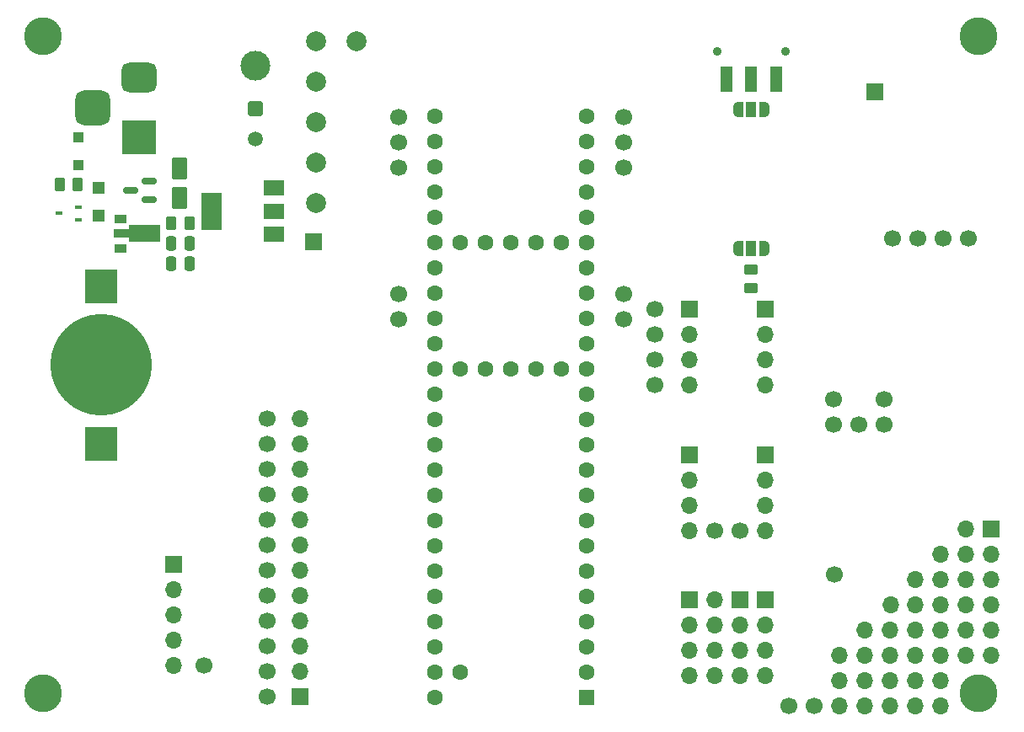
<source format=gbr>
%TF.GenerationSoftware,KiCad,Pcbnew,6.0.2+dfsg-1*%
%TF.CreationDate,2023-06-29T12:19:06-06:00*%
%TF.ProjectId,SpectDroneControl,53706563-7444-4726-9f6e-65436f6e7472,rev?*%
%TF.SameCoordinates,PXbc941f8PY5f519c8*%
%TF.FileFunction,Soldermask,Top*%
%TF.FilePolarity,Negative*%
%FSLAX46Y46*%
G04 Gerber Fmt 4.6, Leading zero omitted, Abs format (unit mm)*
G04 Created by KiCad (PCBNEW 6.0.2+dfsg-1) date 2023-06-29 12:19:06*
%MOMM*%
%LPD*%
G01*
G04 APERTURE LIST*
G04 Aperture macros list*
%AMRoundRect*
0 Rectangle with rounded corners*
0 $1 Rounding radius*
0 $2 $3 $4 $5 $6 $7 $8 $9 X,Y pos of 4 corners*
0 Add a 4 corners polygon primitive as box body*
4,1,4,$2,$3,$4,$5,$6,$7,$8,$9,$2,$3,0*
0 Add four circle primitives for the rounded corners*
1,1,$1+$1,$2,$3*
1,1,$1+$1,$4,$5*
1,1,$1+$1,$6,$7*
1,1,$1+$1,$8,$9*
0 Add four rect primitives between the rounded corners*
20,1,$1+$1,$2,$3,$4,$5,0*
20,1,$1+$1,$4,$5,$6,$7,0*
20,1,$1+$1,$6,$7,$8,$9,0*
20,1,$1+$1,$8,$9,$2,$3,0*%
%AMFreePoly0*
4,1,22,0.550000,-0.750000,0.000000,-0.750000,0.000000,-0.745033,-0.079941,-0.743568,-0.215256,-0.701293,-0.333266,-0.622738,-0.424486,-0.514219,-0.481581,-0.384460,-0.499164,-0.250000,-0.500000,-0.250000,-0.500000,0.250000,-0.499164,0.250000,-0.499963,0.256109,-0.478152,0.396186,-0.417904,0.524511,-0.324060,0.630769,-0.204165,0.706417,-0.067858,0.745374,0.000000,0.744959,0.000000,0.750000,
0.550000,0.750000,0.550000,-0.750000,0.550000,-0.750000,$1*%
%AMFreePoly1*
4,1,20,0.000000,0.744959,0.073905,0.744508,0.209726,0.703889,0.328688,0.626782,0.421226,0.519385,0.479903,0.390333,0.500000,0.250000,0.500000,-0.250000,0.499851,-0.262216,0.476331,-0.402017,0.414519,-0.529596,0.319384,-0.634700,0.198574,-0.708877,0.061801,-0.746166,0.000000,-0.745033,0.000000,-0.750000,-0.550000,-0.750000,-0.550000,0.750000,0.000000,0.750000,0.000000,0.744959,
0.000000,0.744959,$1*%
%AMFreePoly2*
4,1,9,3.862500,-0.866500,0.737500,-0.866500,0.737500,-0.450000,-0.737500,-0.450000,-0.737500,0.450000,0.737500,0.450000,0.737500,0.866500,3.862500,0.866500,3.862500,-0.866500,3.862500,-0.866500,$1*%
G04 Aperture macros list end*
%ADD10R,3.500000X3.500000*%
%ADD11RoundRect,0.750000X-1.000000X0.750000X-1.000000X-0.750000X1.000000X-0.750000X1.000000X0.750000X0*%
%ADD12RoundRect,0.875000X-0.875000X0.875000X-0.875000X-0.875000X0.875000X-0.875000X0.875000X0.875000X0*%
%ADD13RoundRect,0.250000X0.450000X-0.262500X0.450000X0.262500X-0.450000X0.262500X-0.450000X-0.262500X0*%
%ADD14FreePoly0,0.000000*%
%ADD15R,1.000000X1.500000*%
%ADD16FreePoly1,0.000000*%
%ADD17C,1.700000*%
%ADD18C,1.600000*%
%ADD19R,1.600000X1.600000*%
%ADD20R,1.100000X1.100000*%
%ADD21R,0.700000X0.450000*%
%ADD22C,2.000000*%
%ADD23C,2.600000*%
%ADD24C,3.800000*%
%ADD25R,3.300000X3.500000*%
%ADD26C,10.200000*%
%ADD27R,1.700000X1.700000*%
%ADD28O,1.700000X1.700000*%
%ADD29R,2.000000X1.500000*%
%ADD30R,2.000000X3.800000*%
%ADD31RoundRect,0.250000X-0.550000X0.850000X-0.550000X-0.850000X0.550000X-0.850000X0.550000X0.850000X0*%
%ADD32RoundRect,0.250000X-0.250000X-0.475000X0.250000X-0.475000X0.250000X0.475000X-0.250000X0.475000X0*%
%ADD33RoundRect,0.250000X0.250000X0.475000X-0.250000X0.475000X-0.250000X-0.475000X0.250000X-0.475000X0*%
%ADD34C,3.000000*%
%ADD35RoundRect,0.250001X-0.499999X-0.499999X0.499999X-0.499999X0.499999X0.499999X-0.499999X0.499999X0*%
%ADD36C,1.500000*%
%ADD37R,1.300000X0.900000*%
%ADD38FreePoly2,0.000000*%
%ADD39C,0.900000*%
%ADD40R,1.250000X2.500000*%
%ADD41RoundRect,0.250000X0.262500X0.450000X-0.262500X0.450000X-0.262500X-0.450000X0.262500X-0.450000X0*%
%ADD42R,1.200000X1.200000*%
%ADD43RoundRect,0.150000X0.587500X0.150000X-0.587500X0.150000X-0.587500X-0.150000X0.587500X-0.150000X0*%
G04 APERTURE END LIST*
D10*
%TO.C,JDC1*%
X-84328000Y22860000D03*
D11*
X-84328000Y28860000D03*
D12*
X-89028000Y25860000D03*
%TD*%
D13*
%TO.C,R1*%
X-22860000Y7723500D03*
X-22860000Y9548500D03*
%TD*%
D14*
%TO.C,JGAIN1*%
X-24160000Y25654000D03*
D15*
X-22860000Y25654000D03*
D16*
X-21560000Y25654000D03*
%TD*%
D17*
%TO.C,JSCK1*%
X-71501000Y-25716000D03*
%TD*%
%TO.C,JPPS1*%
X-58293000Y7162800D03*
%TD*%
%TO.C,JCAN_{H}1*%
X-26542446Y-16636000D03*
%TD*%
%TO.C,JSCL1*%
X-71501000Y-20636000D03*
%TD*%
%TO.C,JPD1*%
X-32512000Y5588000D03*
%TD*%
%TO.C,JCAN_{L}1*%
X-24002446Y-16636000D03*
%TD*%
%TO.C,JCRX3*%
X-35687000Y19862800D03*
%TD*%
D14*
%TO.C,JPAX1*%
X-24160000Y11684000D03*
D15*
X-22860000Y11684000D03*
D16*
X-21560000Y11684000D03*
%TD*%
D18*
%TO.C,U1*%
X-41910000Y-420000D03*
X-44450000Y-420000D03*
X-46990000Y-420000D03*
X-49530000Y-420000D03*
X-52070000Y-420000D03*
D19*
X-39370000Y-33440000D03*
D18*
X-39370000Y-30900000D03*
X-39370000Y-28360000D03*
X-39370000Y-25820000D03*
X-39370000Y-23280000D03*
X-39370000Y-20740000D03*
X-39370000Y-18200000D03*
X-39370000Y-15660000D03*
X-39370000Y-13120000D03*
X-39370000Y-10580000D03*
X-39370000Y-8040000D03*
X-39370000Y-5500000D03*
X-39370000Y-2960000D03*
X-39370000Y-420000D03*
X-39370000Y2120000D03*
X-39370000Y4660000D03*
X-39370000Y7200000D03*
X-39370000Y9740000D03*
X-39370000Y12280000D03*
X-39370000Y14820000D03*
X-39370000Y17360000D03*
X-39370000Y19900000D03*
X-39370000Y22440000D03*
X-39370000Y24980000D03*
X-54610000Y24980000D03*
X-54610000Y22440000D03*
X-54610000Y19900000D03*
X-54610000Y17360000D03*
X-54610000Y14820000D03*
X-54610000Y12280000D03*
X-54610000Y9740000D03*
X-54610000Y7200000D03*
X-54610000Y4660000D03*
X-54610000Y2120000D03*
X-54610000Y-420000D03*
X-54610000Y-2960000D03*
X-54610000Y-5500000D03*
X-54610000Y-8040000D03*
X-54610000Y-10580000D03*
X-54610000Y-13120000D03*
X-54610000Y-15660000D03*
X-54610000Y-18200000D03*
X-54610000Y-20740000D03*
X-54610000Y-23280000D03*
X-54610000Y-25820000D03*
X-54610000Y-28360000D03*
X-54610000Y-30900000D03*
X-54610000Y-33440000D03*
X-52070000Y-30900000D03*
X-41910000Y12280000D03*
X-44450000Y12280000D03*
X-46990000Y12280000D03*
X-49530000Y12280000D03*
X-52070000Y12280000D03*
%TD*%
D20*
%TO.C,D2*%
X-90474800Y20063000D03*
X-90474800Y22863000D03*
%TD*%
D17*
%TO.C,JTXSE1*%
X-71501000Y-5396000D03*
%TD*%
D21*
%TO.C,Q2*%
X-90440000Y14590000D03*
X-90440000Y15890000D03*
X-92440000Y15240000D03*
%TD*%
D22*
%TO.C,TP5*%
X-66548000Y20320000D03*
%TD*%
%TO.C,TP1*%
X-62484000Y32512000D03*
%TD*%
D17*
%TO.C,J3-3*%
X-9525000Y-5969000D03*
%TD*%
%TO.C,J3-5*%
X-14605000Y-3429000D03*
%TD*%
%TO.C,JCMT2*%
X-71501000Y-13016000D03*
%TD*%
%TO.C,JSR2*%
X-32512000Y-2032000D03*
%TD*%
%TO.C,JMISO1*%
X-71501000Y-23176000D03*
%TD*%
%TO.C,JSDA1*%
X-71501000Y-18096000D03*
%TD*%
%TO.C,J5-2*%
X-1016000Y12700000D03*
%TD*%
%TO.C,JTX8*%
X-58293000Y19862800D03*
%TD*%
%TO.C,J5-5*%
X-8636000Y12700000D03*
%TD*%
%TO.C,J5V1*%
X-71501000Y-33336000D03*
%TD*%
%TO.C,JGND1*%
X-71501000Y-30796000D03*
%TD*%
D23*
%TO.C,H2*%
X0Y33020000D03*
D24*
X0Y33020000D03*
%TD*%
D17*
%TO.C,J3-1*%
X-14477446Y-21082000D03*
%TD*%
%TO.C,JTX6*%
X-35687000Y4622800D03*
%TD*%
%TO.C,JAX2*%
X-58293000Y24942800D03*
%TD*%
D22*
%TO.C,TP6*%
X-66548000Y16256000D03*
%TD*%
D17*
%TO.C,J5-1*%
X-14605000Y-5969000D03*
%TD*%
%TO.C,J3-4*%
X-12065000Y-5969000D03*
%TD*%
D25*
%TO.C,BT1*%
X-88138000Y-7900000D03*
X-88138000Y7900000D03*
D26*
X-88138000Y0D03*
%TD*%
D27*
%TO.C,J1*%
X-24002600Y-23622000D03*
D28*
X-24002600Y-26162000D03*
X-24002600Y-28702000D03*
X-24002600Y-31242000D03*
X-26502600Y-31242000D03*
X-26502600Y-28702000D03*
X-26502600Y-26162000D03*
X-26502600Y-23622000D03*
%TD*%
D22*
%TO.C,TP2*%
X-66548000Y32512000D03*
%TD*%
D29*
%TO.C,U2*%
X-70814600Y13169900D03*
D30*
X-77114600Y15469900D03*
D29*
X-70814600Y15469900D03*
X-70814600Y17769900D03*
%TD*%
D22*
%TO.C,TP4*%
X-66548000Y24384000D03*
%TD*%
D17*
%TO.C,J3-2*%
X-9525000Y-3429000D03*
%TD*%
D31*
%TO.C,C2-1*%
X-80327500Y19788000D03*
X-80327500Y16788000D03*
%TD*%
D17*
%TO.C,JPPS2*%
X-77825600Y-30175200D03*
%TD*%
D23*
%TO.C,H1*%
X0Y-33020000D03*
D24*
X0Y-33020000D03*
%TD*%
D17*
%TO.C,JRX6*%
X-35687000Y7162800D03*
%TD*%
%TO.C,JPD2*%
X-32512000Y508000D03*
%TD*%
D32*
%TO.C,C2-2*%
X-81148000Y10160000D03*
X-79248000Y10160000D03*
%TD*%
D33*
%TO.C,C3*%
X-79248000Y12192000D03*
X-81148000Y12192000D03*
%TD*%
D34*
%TO.C,JBAT1*%
X-72644000Y30050000D03*
D35*
X-72644000Y25730000D03*
D36*
X-72644000Y22730000D03*
%TD*%
D17*
%TO.C,JRX8*%
X-58293000Y22402800D03*
%TD*%
D37*
%TO.C,U3*%
X-86232000Y14708000D03*
D38*
X-86144500Y13208000D03*
D37*
X-86232000Y11708000D03*
%TD*%
D23*
%TO.C,H3*%
X-93980000Y33020000D03*
D24*
X-93980000Y33020000D03*
%TD*%
D39*
%TO.C,SW1*%
X-26260000Y31496000D03*
X-19460000Y31496000D03*
D40*
X-20360000Y28746000D03*
X-22860000Y28746000D03*
X-25360000Y28746000D03*
%TD*%
D17*
%TO.C,J5-4*%
X-6096000Y12700000D03*
%TD*%
D41*
%TO.C,R2*%
X-90527500Y18161000D03*
X-92352500Y18161000D03*
%TD*%
D17*
%TO.C,JCMR2*%
X-71501000Y-15556000D03*
%TD*%
%TO.C,JCMT1*%
X-71501000Y-7936000D03*
%TD*%
%TO.C,JCMR1*%
X-71501000Y-10476000D03*
%TD*%
D42*
%TO.C,D1*%
X-88392000Y17783000D03*
X-88392000Y14983000D03*
%TD*%
D23*
%TO.C,H4*%
X-93980000Y-33020000D03*
D24*
X-93980000Y-33020000D03*
%TD*%
D17*
%TO.C,J5-3*%
X-3556000Y12700000D03*
%TD*%
D22*
%TO.C,TP3*%
X-66548000Y28448000D03*
%TD*%
D41*
%TO.C,R3*%
X-79285500Y14224000D03*
X-81110500Y14224000D03*
%TD*%
D17*
%TO.C,JCTX3*%
X-35687000Y22402800D03*
%TD*%
%TO.C,JAX3*%
X-58293000Y4622800D03*
%TD*%
%TO.C,JSR1*%
X-32512000Y3048000D03*
%TD*%
%TO.C,JMOSI1*%
X-71501000Y-28256000D03*
%TD*%
%TO.C,JAX1*%
X-35687000Y24942800D03*
%TD*%
D43*
%TO.C,Q1*%
X-83327000Y16576000D03*
X-83327000Y18476000D03*
X-85202000Y17526000D03*
%TD*%
D17*
%TO.C,JCS2*%
X-19050000Y-34290000D03*
%TD*%
D27*
%TO.C,JUT1*%
X-21462000Y-9015949D03*
D28*
X-21462000Y-11555949D03*
X-21462000Y-14095949D03*
X-21462000Y-16635949D03*
%TD*%
D27*
%TO.C,J2-1*%
X-29082446Y-23620949D03*
D28*
X-29082446Y-26160949D03*
X-29082446Y-28700949D03*
X-29082446Y-31240949D03*
%TD*%
D27*
%TO.C,JD1*%
X-21462000Y5589051D03*
D28*
X-21462000Y3049051D03*
X-21462000Y509051D03*
X-21462000Y-2030949D03*
%TD*%
D27*
%TO.C,JCR1*%
X1270000Y-16510000D03*
D28*
X1270000Y-19050000D03*
X1270000Y-21590000D03*
X1270000Y-24130000D03*
X1270000Y-26670000D03*
X1270000Y-29210000D03*
X-1270000Y-16510000D03*
X-1270000Y-19050000D03*
X-1270000Y-21590000D03*
X-1270000Y-24130000D03*
X-1270000Y-26670000D03*
X-1270000Y-29210000D03*
X-3810000Y-19050000D03*
X-3810000Y-21590000D03*
X-3810000Y-24130000D03*
X-3810000Y-26670000D03*
X-3810000Y-29210000D03*
X-3810000Y-31750000D03*
X-3810000Y-34290000D03*
X-6350000Y-21590000D03*
X-6350000Y-24130000D03*
X-6350000Y-26670000D03*
X-6350000Y-29210000D03*
X-6350000Y-31750000D03*
X-6350000Y-34290000D03*
X-8864414Y-24122007D03*
X-8890000Y-26670000D03*
X-8890000Y-29210000D03*
X-8890000Y-31750000D03*
X-8890000Y-34290000D03*
X-11430000Y-26670000D03*
X-11430000Y-29210000D03*
X-11430000Y-31750000D03*
X-11430000Y-34290000D03*
X-13970000Y-29210000D03*
X-13970000Y-31750000D03*
X-13970000Y-34290000D03*
%TD*%
D27*
%TO.C,JADC1*%
X-29082446Y5589051D03*
D28*
X-29082446Y3049051D03*
X-29082446Y509051D03*
X-29082446Y-2030949D03*
%TD*%
D27*
%TO.C,JVIN1*%
X-10413000Y27432000D03*
%TD*%
%TO.C,J3V1*%
X-66799000Y12380000D03*
%TD*%
%TO.C,JGPS1*%
X-80899000Y-20010000D03*
D28*
X-80899000Y-22550000D03*
X-80899000Y-25090000D03*
X-80899000Y-27630000D03*
X-80899000Y-30170000D03*
%TD*%
D27*
%TO.C,JAUX1*%
X-68198000Y-33336500D03*
D28*
X-68198000Y-30796500D03*
X-68198000Y-28256500D03*
X-68198000Y-25716500D03*
X-68198000Y-23176500D03*
X-68198000Y-20636500D03*
X-68198000Y-18096500D03*
X-68198000Y-15556500D03*
X-68198000Y-13016500D03*
X-68198000Y-10476500D03*
X-68198000Y-7936500D03*
X-68198000Y-5396500D03*
%TD*%
D27*
%TO.C,J2-2*%
X-21462000Y-23620949D03*
D28*
X-21462000Y-26160949D03*
X-21462000Y-28700949D03*
X-21462000Y-31240949D03*
%TD*%
D17*
%TO.C,JCS3*%
X-16510000Y-34290000D03*
%TD*%
D27*
%TO.C,JAPC1*%
X-29082446Y-9015949D03*
D28*
X-29082446Y-11555949D03*
X-29082446Y-14095949D03*
X-29082446Y-16635949D03*
%TD*%
M02*

</source>
